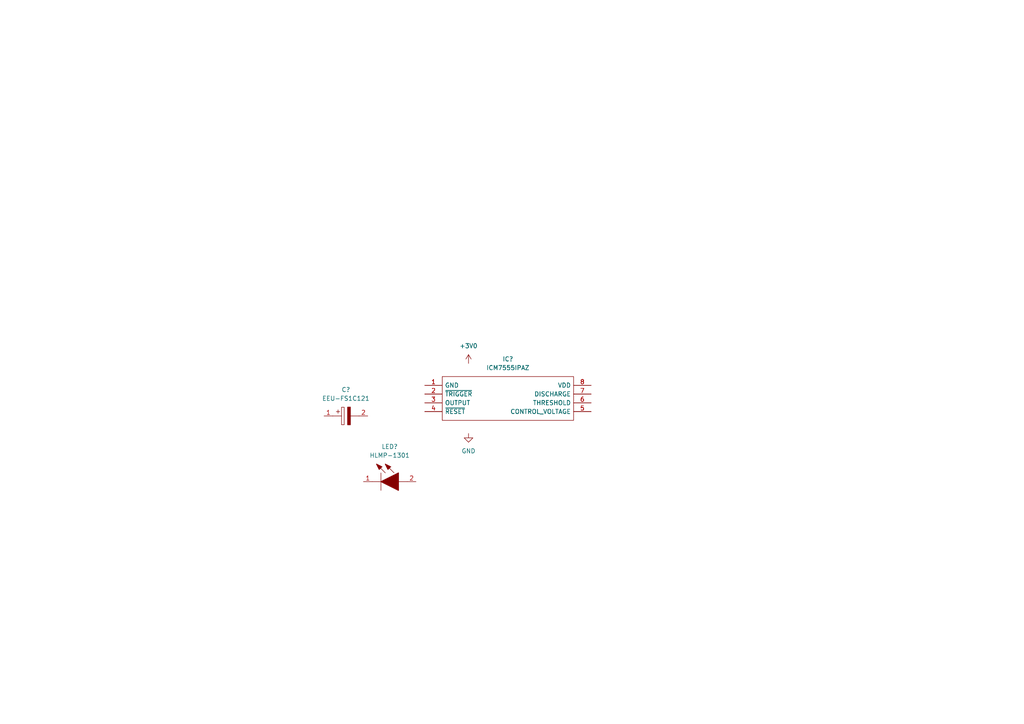
<source format=kicad_sch>
(kicad_sch (version 20211123) (generator eeschema)

  (uuid 9538e4ed-27e6-4c37-b989-9859dc0d49e8)

  (paper "A4")

  (lib_symbols
    (symbol "SamacSys_Parts:EEU-FS1C121" (pin_names (offset 0.762)) (in_bom yes) (on_board yes)
      (property "Reference" "C" (id 0) (at 8.89 6.35 0)
        (effects (font (size 1.27 1.27)) (justify left))
      )
      (property "Value" "EEU-FS1C121" (id 1) (at 8.89 3.81 0)
        (effects (font (size 1.27 1.27)) (justify left))
      )
      (property "Footprint" "CAPPRD200W55D500H1250" (id 2) (at 8.89 1.27 0)
        (effects (font (size 1.27 1.27)) (justify left) hide)
      )
      (property "Datasheet" "http://industrial.panasonic.com/cdbs/www-data/pdf/RDF0000/ABA0000C1255.pdf" (id 3) (at 8.89 -1.27 0)
        (effects (font (size 1.27 1.27)) (justify left) hide)
      )
      (property "Description" "Aluminium Electrolytic Capacitor, Radial Lead,120uF,16V" (id 4) (at 8.89 -3.81 0)
        (effects (font (size 1.27 1.27)) (justify left) hide)
      )
      (property "Height" "12.5" (id 5) (at 8.89 -6.35 0)
        (effects (font (size 1.27 1.27)) (justify left) hide)
      )
      (property "Mouser Part Number" "667-EEU-FS1C121" (id 6) (at 8.89 -8.89 0)
        (effects (font (size 1.27 1.27)) (justify left) hide)
      )
      (property "Mouser Price/Stock" "https://www.mouser.co.uk/ProductDetail/Panasonic/EEU-FS1C121?qs=gt1LBUVyoHmkl58uCsg6FQ%3D%3D" (id 7) (at 8.89 -11.43 0)
        (effects (font (size 1.27 1.27)) (justify left) hide)
      )
      (property "Manufacturer_Name" "Panasonic" (id 8) (at 8.89 -13.97 0)
        (effects (font (size 1.27 1.27)) (justify left) hide)
      )
      (property "Manufacturer_Part_Number" "EEU-FS1C121" (id 9) (at 8.89 -16.51 0)
        (effects (font (size 1.27 1.27)) (justify left) hide)
      )
      (property "ki_description" "Aluminium Electrolytic Capacitor, Radial Lead,120uF,16V" (id 10) (at 0 0 0)
        (effects (font (size 1.27 1.27)) hide)
      )
      (symbol "EEU-FS1C121_0_0"
        (pin passive line (at 0 0 0) (length 2.54)
          (name "~" (effects (font (size 1.27 1.27))))
          (number "1" (effects (font (size 1.27 1.27))))
        )
        (pin passive line (at 12.7 0 180) (length 2.54)
          (name "~" (effects (font (size 1.27 1.27))))
          (number "2" (effects (font (size 1.27 1.27))))
        )
      )
      (symbol "EEU-FS1C121_0_1"
        (polyline
          (pts
            (xy 2.54 0)
            (xy 5.08 0)
          )
          (stroke (width 0.1524) (type default) (color 0 0 0 0))
          (fill (type none))
        )
        (polyline
          (pts
            (xy 4.064 1.778)
            (xy 4.064 0.762)
          )
          (stroke (width 0.1524) (type default) (color 0 0 0 0))
          (fill (type none))
        )
        (polyline
          (pts
            (xy 4.572 1.27)
            (xy 3.556 1.27)
          )
          (stroke (width 0.1524) (type default) (color 0 0 0 0))
          (fill (type none))
        )
        (polyline
          (pts
            (xy 7.62 0)
            (xy 10.16 0)
          )
          (stroke (width 0.1524) (type default) (color 0 0 0 0))
          (fill (type none))
        )
        (polyline
          (pts
            (xy 5.08 2.54)
            (xy 5.08 -2.54)
            (xy 5.842 -2.54)
            (xy 5.842 2.54)
            (xy 5.08 2.54)
          )
          (stroke (width 0.1524) (type default) (color 0 0 0 0))
          (fill (type none))
        )
        (polyline
          (pts
            (xy 7.62 2.54)
            (xy 7.62 -2.54)
            (xy 6.858 -2.54)
            (xy 6.858 2.54)
            (xy 7.62 2.54)
          )
          (stroke (width 0.254) (type default) (color 0 0 0 0))
          (fill (type outline))
        )
      )
    )
    (symbol "SamacSys_Parts:HLMP-1301" (pin_names (offset 0.762)) (in_bom yes) (on_board yes)
      (property "Reference" "LED" (id 0) (at 12.7 8.89 0)
        (effects (font (size 1.27 1.27)) (justify left bottom))
      )
      (property "Value" "HLMP-1301" (id 1) (at 12.7 6.35 0)
        (effects (font (size 1.27 1.27)) (justify left bottom))
      )
      (property "Footprint" "HLMP1301" (id 2) (at 12.7 3.81 0)
        (effects (font (size 1.27 1.27)) (justify left bottom) hide)
      )
      (property "Datasheet" "https://componentsearchengine.com/Datasheets/2/HLMP-1301.pdf" (id 3) (at 12.7 1.27 0)
        (effects (font (size 1.27 1.27)) (justify left bottom) hide)
      )
      (property "Description" "Broadcom HLMP-1301, 626 nm Red LED, 3mm (T-1) Round Through Hole package" (id 4) (at 12.7 -1.27 0)
        (effects (font (size 1.27 1.27)) (justify left bottom) hide)
      )
      (property "Height" "6.35" (id 5) (at 12.7 -3.81 0)
        (effects (font (size 1.27 1.27)) (justify left bottom) hide)
      )
      (property "Mouser Part Number" "630-HLMP-1301" (id 6) (at 12.7 -6.35 0)
        (effects (font (size 1.27 1.27)) (justify left bottom) hide)
      )
      (property "Mouser Price/Stock" "https://www.mouser.co.uk/ProductDetail/Broadcom-Avago/HLMP-1301?qs=jT9z6tsiFNkJAuA0Y2YdzA%3D%3D" (id 7) (at 12.7 -8.89 0)
        (effects (font (size 1.27 1.27)) (justify left bottom) hide)
      )
      (property "Manufacturer_Name" "Avago Technologies" (id 8) (at 12.7 -11.43 0)
        (effects (font (size 1.27 1.27)) (justify left bottom) hide)
      )
      (property "Manufacturer_Part_Number" "HLMP-1301" (id 9) (at 12.7 -13.97 0)
        (effects (font (size 1.27 1.27)) (justify left bottom) hide)
      )
      (property "ki_description" "Broadcom HLMP-1301, 626 nm Red LED, 3mm (T-1) Round Through Hole package" (id 10) (at 0 0 0)
        (effects (font (size 1.27 1.27)) hide)
      )
      (symbol "HLMP-1301_0_0"
        (pin passive line (at 0 0 0) (length 2.54)
          (name "~" (effects (font (size 1.27 1.27))))
          (number "1" (effects (font (size 1.27 1.27))))
        )
        (pin passive line (at 15.24 0 180) (length 2.54)
          (name "~" (effects (font (size 1.27 1.27))))
          (number "2" (effects (font (size 1.27 1.27))))
        )
      )
      (symbol "HLMP-1301_0_1"
        (polyline
          (pts
            (xy 2.54 0)
            (xy 5.08 0)
          )
          (stroke (width 0.1524) (type default) (color 0 0 0 0))
          (fill (type none))
        )
        (polyline
          (pts
            (xy 5.08 2.54)
            (xy 5.08 -2.54)
          )
          (stroke (width 0.1524) (type default) (color 0 0 0 0))
          (fill (type none))
        )
        (polyline
          (pts
            (xy 6.35 2.54)
            (xy 3.81 5.08)
          )
          (stroke (width 0.1524) (type default) (color 0 0 0 0))
          (fill (type none))
        )
        (polyline
          (pts
            (xy 8.89 2.54)
            (xy 6.35 5.08)
          )
          (stroke (width 0.1524) (type default) (color 0 0 0 0))
          (fill (type none))
        )
        (polyline
          (pts
            (xy 10.16 0)
            (xy 12.7 0)
          )
          (stroke (width 0.1524) (type default) (color 0 0 0 0))
          (fill (type none))
        )
        (polyline
          (pts
            (xy 5.08 0)
            (xy 10.16 2.54)
            (xy 10.16 -2.54)
            (xy 5.08 0)
          )
          (stroke (width 0.254) (type default) (color 0 0 0 0))
          (fill (type outline))
        )
        (polyline
          (pts
            (xy 5.334 4.318)
            (xy 4.572 3.556)
            (xy 3.81 5.08)
            (xy 5.334 4.318)
          )
          (stroke (width 0.254) (type default) (color 0 0 0 0))
          (fill (type outline))
        )
        (polyline
          (pts
            (xy 7.874 4.318)
            (xy 7.112 3.556)
            (xy 6.35 5.08)
            (xy 7.874 4.318)
          )
          (stroke (width 0.254) (type default) (color 0 0 0 0))
          (fill (type outline))
        )
      )
    )
    (symbol "SamacSys_Parts:ICM7555IPAZ" (pin_names (offset 0.762)) (in_bom yes) (on_board yes)
      (property "Reference" "IC" (id 0) (at 44.45 7.62 0)
        (effects (font (size 1.27 1.27)) (justify left))
      )
      (property "Value" "ICM7555IPAZ" (id 1) (at 44.45 5.08 0)
        (effects (font (size 1.27 1.27)) (justify left))
      )
      (property "Footprint" "DIP794W56P254L958H533Q8N" (id 2) (at 44.45 2.54 0)
        (effects (font (size 1.27 1.27)) (justify left) hide)
      )
      (property "Datasheet" "https://datasheet.datasheetarchive.com/originals/distributors/SFDatasheet-6/sf-000136291.pdf" (id 3) (at 44.45 0 0)
        (effects (font (size 1.27 1.27)) (justify left) hide)
      )
      (property "Description" "General purpose timer,ICM7555IPAZ 1MHz Intersil ICM7555IPAZ, Programmable Timer 1MHz, 2  18 V, 8-Pin PDIP" (id 4) (at 44.45 -2.54 0)
        (effects (font (size 1.27 1.27)) (justify left) hide)
      )
      (property "Height" "5.33" (id 5) (at 44.45 -5.08 0)
        (effects (font (size 1.27 1.27)) (justify left) hide)
      )
      (property "Mouser Part Number" "968-ICM7555IPAZ" (id 6) (at 44.45 -7.62 0)
        (effects (font (size 1.27 1.27)) (justify left) hide)
      )
      (property "Mouser Price/Stock" "https://www.mouser.com/Search/ProductDetail.aspx?qs=9fLuogzTs8J%2fHpiW%2f2tlyQ%3d%3d" (id 7) (at 44.45 -10.16 0)
        (effects (font (size 1.27 1.27)) (justify left) hide)
      )
      (property "Manufacturer_Name" "Intersil" (id 8) (at 44.45 -12.7 0)
        (effects (font (size 1.27 1.27)) (justify left) hide)
      )
      (property "Manufacturer_Part_Number" "ICM7555IPAZ" (id 9) (at 44.45 -15.24 0)
        (effects (font (size 1.27 1.27)) (justify left) hide)
      )
      (property "ki_description" "General purpose timer,ICM7555IPAZ 1MHz Intersil ICM7555IPAZ, Programmable Timer 1MHz, 2  18 V, 8-Pin PDIP" (id 10) (at 0 0 0)
        (effects (font (size 1.27 1.27)) hide)
      )
      (symbol "ICM7555IPAZ_0_0"
        (pin passive line (at 0 0 0) (length 5.08)
          (name "GND" (effects (font (size 1.27 1.27))))
          (number "1" (effects (font (size 1.27 1.27))))
        )
        (pin passive line (at 0 -2.54 0) (length 5.08)
          (name "~{TRIGGER}" (effects (font (size 1.27 1.27))))
          (number "2" (effects (font (size 1.27 1.27))))
        )
        (pin passive line (at 0 -5.08 0) (length 5.08)
          (name "OUTPUT" (effects (font (size 1.27 1.27))))
          (number "3" (effects (font (size 1.27 1.27))))
        )
        (pin passive line (at 0 -7.62 0) (length 5.08)
          (name "~{RESET}" (effects (font (size 1.27 1.27))))
          (number "4" (effects (font (size 1.27 1.27))))
        )
        (pin passive line (at 48.26 -7.62 180) (length 5.08)
          (name "CONTROL_VOLTAGE" (effects (font (size 1.27 1.27))))
          (number "5" (effects (font (size 1.27 1.27))))
        )
        (pin passive line (at 48.26 -5.08 180) (length 5.08)
          (name "THRESHOLD" (effects (font (size 1.27 1.27))))
          (number "6" (effects (font (size 1.27 1.27))))
        )
        (pin passive line (at 48.26 -2.54 180) (length 5.08)
          (name "DISCHARGE" (effects (font (size 1.27 1.27))))
          (number "7" (effects (font (size 1.27 1.27))))
        )
        (pin passive line (at 48.26 0 180) (length 5.08)
          (name "VDD" (effects (font (size 1.27 1.27))))
          (number "8" (effects (font (size 1.27 1.27))))
        )
      )
      (symbol "ICM7555IPAZ_0_1"
        (polyline
          (pts
            (xy 5.08 2.54)
            (xy 43.18 2.54)
            (xy 43.18 -10.16)
            (xy 5.08 -10.16)
            (xy 5.08 2.54)
          )
          (stroke (width 0.1524) (type default) (color 0 0 0 0))
          (fill (type none))
        )
      )
    )
    (symbol "power:+3V0" (power) (pin_names (offset 0)) (in_bom yes) (on_board yes)
      (property "Reference" "#PWR" (id 0) (at 0 -3.81 0)
        (effects (font (size 1.27 1.27)) hide)
      )
      (property "Value" "+3V0" (id 1) (at 0 3.556 0)
        (effects (font (size 1.27 1.27)))
      )
      (property "Footprint" "" (id 2) (at 0 0 0)
        (effects (font (size 1.27 1.27)) hide)
      )
      (property "Datasheet" "" (id 3) (at 0 0 0)
        (effects (font (size 1.27 1.27)) hide)
      )
      (property "ki_keywords" "power-flag" (id 4) (at 0 0 0)
        (effects (font (size 1.27 1.27)) hide)
      )
      (property "ki_description" "Power symbol creates a global label with name \"+3V0\"" (id 5) (at 0 0 0)
        (effects (font (size 1.27 1.27)) hide)
      )
      (symbol "+3V0_0_1"
        (polyline
          (pts
            (xy -0.762 1.27)
            (xy 0 2.54)
          )
          (stroke (width 0) (type default) (color 0 0 0 0))
          (fill (type none))
        )
        (polyline
          (pts
            (xy 0 0)
            (xy 0 2.54)
          )
          (stroke (width 0) (type default) (color 0 0 0 0))
          (fill (type none))
        )
        (polyline
          (pts
            (xy 0 2.54)
            (xy 0.762 1.27)
          )
          (stroke (width 0) (type default) (color 0 0 0 0))
          (fill (type none))
        )
      )
      (symbol "+3V0_1_1"
        (pin power_in line (at 0 0 90) (length 0) hide
          (name "+3V0" (effects (font (size 1.27 1.27))))
          (number "1" (effects (font (size 1.27 1.27))))
        )
      )
    )
    (symbol "power:GND" (power) (pin_names (offset 0)) (in_bom yes) (on_board yes)
      (property "Reference" "#PWR" (id 0) (at 0 -6.35 0)
        (effects (font (size 1.27 1.27)) hide)
      )
      (property "Value" "GND" (id 1) (at 0 -3.81 0)
        (effects (font (size 1.27 1.27)))
      )
      (property "Footprint" "" (id 2) (at 0 0 0)
        (effects (font (size 1.27 1.27)) hide)
      )
      (property "Datasheet" "" (id 3) (at 0 0 0)
        (effects (font (size 1.27 1.27)) hide)
      )
      (property "ki_keywords" "power-flag" (id 4) (at 0 0 0)
        (effects (font (size 1.27 1.27)) hide)
      )
      (property "ki_description" "Power symbol creates a global label with name \"GND\" , ground" (id 5) (at 0 0 0)
        (effects (font (size 1.27 1.27)) hide)
      )
      (symbol "GND_0_1"
        (polyline
          (pts
            (xy 0 0)
            (xy 0 -1.27)
            (xy 1.27 -1.27)
            (xy 0 -2.54)
            (xy -1.27 -1.27)
            (xy 0 -1.27)
          )
          (stroke (width 0) (type default) (color 0 0 0 0))
          (fill (type none))
        )
      )
      (symbol "GND_1_1"
        (pin power_in line (at 0 0 270) (length 0) hide
          (name "GND" (effects (font (size 1.27 1.27))))
          (number "1" (effects (font (size 1.27 1.27))))
        )
      )
    )
  )


  (symbol (lib_id "SamacSys_Parts:HLMP-1301") (at 105.41 139.7 0) (unit 1)
    (in_bom yes) (on_board yes) (fields_autoplaced)
    (uuid 7d340828-82fa-42cc-85d7-c3e7ee35fbba)
    (property "Reference" "LED?" (id 0) (at 113.03 129.54 0))
    (property "Value" "HLMP-1301" (id 1) (at 113.03 132.08 0))
    (property "Footprint" "HLMP1301" (id 2) (at 118.11 135.89 0)
      (effects (font (size 1.27 1.27)) (justify left bottom) hide)
    )
    (property "Datasheet" "https://componentsearchengine.com/Datasheets/2/HLMP-1301.pdf" (id 3) (at 118.11 138.43 0)
      (effects (font (size 1.27 1.27)) (justify left bottom) hide)
    )
    (property "Description" "Broadcom HLMP-1301, 626 nm Red LED, 3mm (T-1) Round Through Hole package" (id 4) (at 118.11 140.97 0)
      (effects (font (size 1.27 1.27)) (justify left bottom) hide)
    )
    (property "Height" "6.35" (id 5) (at 118.11 143.51 0)
      (effects (font (size 1.27 1.27)) (justify left bottom) hide)
    )
    (property "Mouser Part Number" "630-HLMP-1301" (id 6) (at 118.11 146.05 0)
      (effects (font (size 1.27 1.27)) (justify left bottom) hide)
    )
    (property "Mouser Price/Stock" "https://www.mouser.co.uk/ProductDetail/Broadcom-Avago/HLMP-1301?qs=jT9z6tsiFNkJAuA0Y2YdzA%3D%3D" (id 7) (at 118.11 148.59 0)
      (effects (font (size 1.27 1.27)) (justify left bottom) hide)
    )
    (property "Manufacturer_Name" "Avago Technologies" (id 8) (at 118.11 151.13 0)
      (effects (font (size 1.27 1.27)) (justify left bottom) hide)
    )
    (property "Manufacturer_Part_Number" "HLMP-1301" (id 9) (at 118.11 153.67 0)
      (effects (font (size 1.27 1.27)) (justify left bottom) hide)
    )
    (pin "1" (uuid 158d4917-4701-4fd9-91a8-27c12ec51018))
    (pin "2" (uuid fbb7bdec-db9d-4bce-b0ba-c91be3df3ed0))
  )

  (symbol (lib_id "power:GND") (at 135.89 125.73 0) (unit 1)
    (in_bom yes) (on_board yes) (fields_autoplaced)
    (uuid 80095e91-6317-4cfb-9aea-884c9a1accc5)
    (property "Reference" "#PWR?" (id 0) (at 135.89 132.08 0)
      (effects (font (size 1.27 1.27)) hide)
    )
    (property "Value" "GND" (id 1) (at 135.89 130.81 0))
    (property "Footprint" "" (id 2) (at 135.89 125.73 0)
      (effects (font (size 1.27 1.27)) hide)
    )
    (property "Datasheet" "" (id 3) (at 135.89 125.73 0)
      (effects (font (size 1.27 1.27)) hide)
    )
    (pin "1" (uuid ad4d05f5-6957-42f8-b65c-c657b9a26485))
  )

  (symbol (lib_id "power:+3V0") (at 135.89 105.41 0) (unit 1)
    (in_bom yes) (on_board yes) (fields_autoplaced)
    (uuid 8672a05d-b750-4ddd-a92d-4c58fddcdd4e)
    (property "Reference" "#PWR?" (id 0) (at 135.89 109.22 0)
      (effects (font (size 1.27 1.27)) hide)
    )
    (property "Value" "+3V0" (id 1) (at 135.89 100.33 0))
    (property "Footprint" "" (id 2) (at 135.89 105.41 0)
      (effects (font (size 1.27 1.27)) hide)
    )
    (property "Datasheet" "" (id 3) (at 135.89 105.41 0)
      (effects (font (size 1.27 1.27)) hide)
    )
    (pin "1" (uuid 636332c5-387a-4243-bc33-7882b1adfdac))
  )

  (symbol (lib_id "SamacSys_Parts:ICM7555IPAZ") (at 123.19 111.76 0) (unit 1)
    (in_bom yes) (on_board yes) (fields_autoplaced)
    (uuid 9efa549b-079b-4747-bbda-5d5b1defcab0)
    (property "Reference" "IC?" (id 0) (at 147.32 104.14 0))
    (property "Value" "ICM7555IPAZ" (id 1) (at 147.32 106.68 0))
    (property "Footprint" "DIP794W56P254L958H533Q8N" (id 2) (at 167.64 109.22 0)
      (effects (font (size 1.27 1.27)) (justify left) hide)
    )
    (property "Datasheet" "https://datasheet.datasheetarchive.com/originals/distributors/SFDatasheet-6/sf-000136291.pdf" (id 3) (at 167.64 111.76 0)
      (effects (font (size 1.27 1.27)) (justify left) hide)
    )
    (property "Description" "General purpose timer,ICM7555IPAZ 1MHz Intersil ICM7555IPAZ, Programmable Timer 1MHz, 2  18 V, 8-Pin PDIP" (id 4) (at 167.64 114.3 0)
      (effects (font (size 1.27 1.27)) (justify left) hide)
    )
    (property "Height" "5.33" (id 5) (at 167.64 116.84 0)
      (effects (font (size 1.27 1.27)) (justify left) hide)
    )
    (property "Mouser Part Number" "968-ICM7555IPAZ" (id 6) (at 167.64 119.38 0)
      (effects (font (size 1.27 1.27)) (justify left) hide)
    )
    (property "Mouser Price/Stock" "https://www.mouser.com/Search/ProductDetail.aspx?qs=9fLuogzTs8J%2fHpiW%2f2tlyQ%3d%3d" (id 7) (at 167.64 121.92 0)
      (effects (font (size 1.27 1.27)) (justify left) hide)
    )
    (property "Manufacturer_Name" "Intersil" (id 8) (at 167.64 124.46 0)
      (effects (font (size 1.27 1.27)) (justify left) hide)
    )
    (property "Manufacturer_Part_Number" "ICM7555IPAZ" (id 9) (at 167.64 127 0)
      (effects (font (size 1.27 1.27)) (justify left) hide)
    )
    (pin "1" (uuid 80d5ce8f-7b4b-4b27-8849-8e3320f8b7bb))
    (pin "2" (uuid 01b34e41-af93-4e1d-928b-489fa2be9377))
    (pin "3" (uuid 396a4260-a2a2-4915-8e46-e45b012de968))
    (pin "4" (uuid b8a55507-a42b-46fa-a8a9-72c49d93e96c))
    (pin "5" (uuid eb31c53c-9f60-4217-aa46-79aa78f31786))
    (pin "6" (uuid a0139dbf-800f-4b31-affb-7aba7e231628))
    (pin "7" (uuid d32575d0-9ea4-47af-9110-76bd238916d6))
    (pin "8" (uuid c610ffa4-59c6-4bf2-8434-5819d53174ea))
  )

  (symbol (lib_id "SamacSys_Parts:EEU-FS1C121") (at 93.98 120.65 0) (unit 1)
    (in_bom yes) (on_board yes) (fields_autoplaced)
    (uuid f63310ec-6ab5-4dc4-b39c-007271092b15)
    (property "Reference" "C?" (id 0) (at 100.33 113.03 0))
    (property "Value" "EEU-FS1C121" (id 1) (at 100.33 115.57 0))
    (property "Footprint" "CAPPRD200W55D500H1250" (id 2) (at 102.87 119.38 0)
      (effects (font (size 1.27 1.27)) (justify left) hide)
    )
    (property "Datasheet" "http://industrial.panasonic.com/cdbs/www-data/pdf/RDF0000/ABA0000C1255.pdf" (id 3) (at 102.87 121.92 0)
      (effects (font (size 1.27 1.27)) (justify left) hide)
    )
    (property "Description" "Aluminium Electrolytic Capacitor, Radial Lead,120uF,16V" (id 4) (at 102.87 124.46 0)
      (effects (font (size 1.27 1.27)) (justify left) hide)
    )
    (property "Height" "12.5" (id 5) (at 102.87 127 0)
      (effects (font (size 1.27 1.27)) (justify left) hide)
    )
    (property "Mouser Part Number" "667-EEU-FS1C121" (id 6) (at 102.87 129.54 0)
      (effects (font (size 1.27 1.27)) (justify left) hide)
    )
    (property "Mouser Price/Stock" "https://www.mouser.co.uk/ProductDetail/Panasonic/EEU-FS1C121?qs=gt1LBUVyoHmkl58uCsg6FQ%3D%3D" (id 7) (at 102.87 132.08 0)
      (effects (font (size 1.27 1.27)) (justify left) hide)
    )
    (property "Manufacturer_Name" "Panasonic" (id 8) (at 102.87 134.62 0)
      (effects (font (size 1.27 1.27)) (justify left) hide)
    )
    (property "Manufacturer_Part_Number" "EEU-FS1C121" (id 9) (at 102.87 137.16 0)
      (effects (font (size 1.27 1.27)) (justify left) hide)
    )
    (pin "1" (uuid cd63438d-19a2-4af3-acb2-4b7b2f4b4eda))
    (pin "2" (uuid 5d0d7524-b89d-4f6c-9d44-8457b02a6678))
  )

  (sheet_instances
    (path "/" (page "1"))
  )

  (symbol_instances
    (path "/80095e91-6317-4cfb-9aea-884c9a1accc5"
      (reference "#PWR?") (unit 1) (value "GND") (footprint "")
    )
    (path "/8672a05d-b750-4ddd-a92d-4c58fddcdd4e"
      (reference "#PWR?") (unit 1) (value "+3V0") (footprint "")
    )
    (path "/f63310ec-6ab5-4dc4-b39c-007271092b15"
      (reference "C?") (unit 1) (value "EEU-FS1C121") (footprint "CAPPRD200W55D500H1250")
    )
    (path "/9efa549b-079b-4747-bbda-5d5b1defcab0"
      (reference "IC?") (unit 1) (value "ICM7555IPAZ") (footprint "DIP794W56P254L958H533Q8N")
    )
    (path "/7d340828-82fa-42cc-85d7-c3e7ee35fbba"
      (reference "LED?") (unit 1) (value "HLMP-1301") (footprint "HLMP1301")
    )
  )
)

</source>
